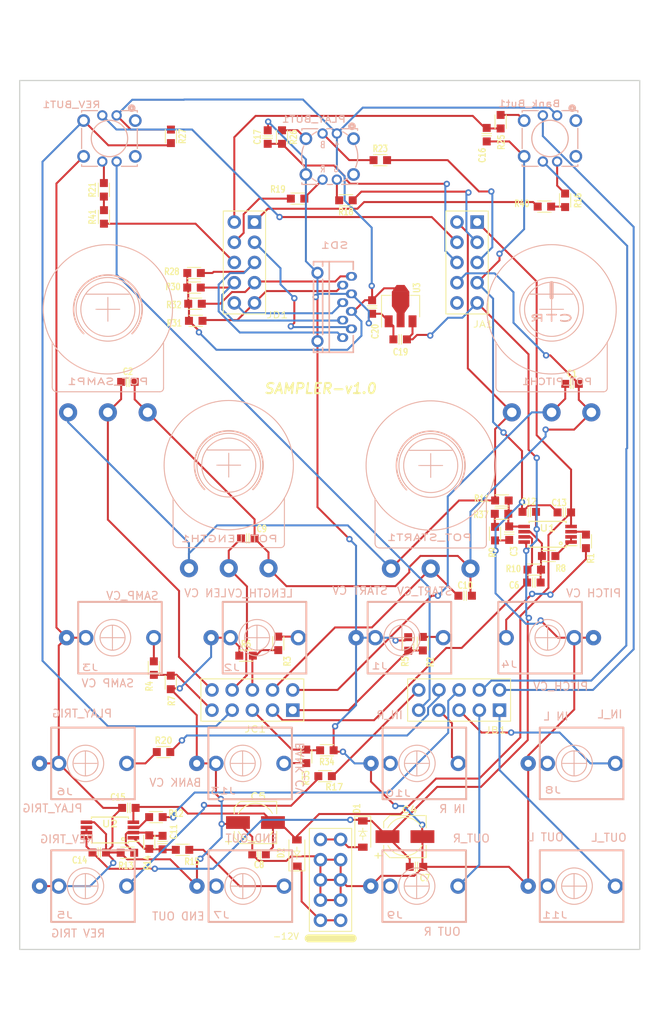
<source format=kicad_pcb>
(kicad_pcb (version 20221018) (generator pcbnew)
  (layers (0 "F.Cu" signal) (31 "B.Cu" signal) (34 "B.Paste" user) (35 "F.Paste" user) (36 "B.SilkS" user "B.Silkscreen") (37 "F.SilkS" user "F.Silkscreen") (38 "B.Mask" user) (39 "F.Mask" user) (44 "Edge.Cuts" user))
  (net 0 "")
  (net 1 "GND")
  (net 2 "+3V3")
  (net 3 "/A4")
  (net 4 "GNDADC")
  (net 5 "/A5")
  (net 6 "Net-(Bank_But1-B)")
  (net 7 "+12V")
  (net 8 "-12VA")
  (net 9 "/A2")
  (net 10 "/A7")
  (net 11 "/A6")
  (net 12 "Net-(R16-Pad1)")
  (net 13 "Net-(C11-Pad2)")
  (net 14 "/D6")
  (net 15 "/D8")
  (net 16 "/A9")
  (net 17 "Net-(R21-Pad1)")
  (net 19 "Net-(Bank_But1-POLE-A)")
  (net 21 "Net-(U1B-+)")
  (net 22 "Net-(U1B--)")
  (net 23 "/D15")
  (net 24 "/D13")
  (net 25 "/AUDIO_IN2")
  (net 26 "Net-(U2A--)")
  (net 27 "/AUDIO_OUT1")
  (net 28 "Net-(D1-A)")
  (net 29 "Net-(D2-K)")
  (net 30 "/AUDIO_OUT2")
  (net 31 "Net-(J1-SIG)")
  (net 32 "/AUDIO_IN1")
  (net 33 "VREF+")
  (net 34 "/D11")
  (net 35 "/D10")
  (net 36 "/D14")
  (net 37 "/D12")
  (net 38 "/Unused(5V)")
  (net 39 "/D0")
  (net 40 "/D1")
  (net 41 "/D3")
  (net 42 "/D2")
  (net 43 "/D5")
  (net 44 "/D19")
  (net 45 "/D18")
  (net 46 "/D7")
  (net 47 "/D17")
  (net 48 "/D16")
  (net 49 "/D9")
  (net 50 "/A0")
  (net 51 "/A1")
  (net 52 "/A3")
  (net 53 "/A8")
  (net 54 "Net-(J2-SIG)")
  (net 55 "Net-(J3-SIG)")
  (net 56 "Net-(J4-SIG)")
  (net 58 "Net-(J7-SIG)")
  (net 63 "Net-(J13-SIG)")
  (net 64 "Net-(PLAY_BUT1-B)")
  (net 65 "Net-(PLAY_BUT1-R)")
  (net 66 "Net-(PLAY_BUT1-G)")
  (net 68 "Net-(PLAY_BUT1-POLE-A)")
  (net 70 "Net-(U1A-+)")
  (net 71 "Net-(U1A--)")
  (net 72 "Net-(R37-Pad1)")
  (net 73 "Net-(U2A-+)")
  (net 74 "Net-(REV_BUT1-R)")
  (net 75 "/D4")
  (net 78 "Net-(U2B--)")
  (net 79 "Net-(J5-SIG)")
  (net 80 "Net-(J6-SIG)")
  (footprint "4ms_Capacitor:C_0603" (layer "F.Cu") (at 61.91 111.26)
    (fp_text reference "C7")
    (fp_text value "0.1uF_0603_16V")
  )
  (footprint "4ms_Capacitor:C_0603" (layer "F.Cu") (at 43.2 19.53 90)
    (fp_text reference "C17")
    (fp_text value "0.1uF_0603_16V")
  )
  (footprint "4ms_Resistor:R_0603" (layer "F.Cu") (at 45 19.53 -90)
    (fp_text reference "R26")
    (fp_text value "10k_0603")
  )
  (footprint "4ms_Resistor:R_0603" (layer "F.Cu") (at 62.71 83.21 -90)
    (fp_text reference "R2")
    (fp_text value "47k_0603")
  )
  (footprint "4ms_Resistor:R_0603" (layer "F.Cu") (at 72.61 66.88)
    (fp_text reference "R37")
    (fp_text value "10k_0603")
  )
  (footprint "4ms_Diode:D_SOD-123" (layer "F.Cu") (at 46.87 109.52 90)
    (fp_text reference "D2")
    (fp_text value "B140HW-7")
  )
  (footprint "4ms_Resistor:R_0603" (layer "F.Cu") (at 48.05 97.37 90)
    (fp_text reference "R33")
    (fp_text value "47k_0603")
  )
  (footprint "4ms_Connector:Socket_2x05_2.54mm_TH" (layer "F.Cu") (at 41.271978 90.2938 -90)
    (fp_text reference "JC1")
    (fp_text value "Socket_02x05_P2.54mm_TH" hide)
  )
  (footprint "4ms_Resistor:R_0603" (layer "F.Cu") (at 80.6 27.48 90)
    (fp_text reference "R16")
    (fp_text value "1k_0603")
  )
  (footprint "4ms_Capacitor:C_0603" (layer "F.Cu") (at 81.47 50.55)
    (fp_text reference "C1")
    (fp_text value "0.1uF_0603_16V")
  )
  (footprint "4ms_Capacitor:CP_Elec_5x5.3" (layer "F.Cu") (at 60.46 107.46)
    (fp_text reference "C4")
    (fp_text value "47uF_5x5.3_16V")
  )
  (footprint "4ms_Resistor:R_0603" (layer "F.Cu") (at 60.87 83.24 -90)
    (fp_text reference "R5")
    (fp_text value "100k_0603")
  )
  (footprint "4ms_Resistor:R_0603" (layer "F.Cu") (at 28.31 108.15 -90)
    (fp_text reference "R14")
    (fp_text value "47k_0603")
  )
  (footprint "4ms_Resistor:R_0603" (layer "F.Cu") (at 72.49 17.6 -90)
    (fp_text reference "R25")
    (fp_text value "10k_0603")
  )
  (footprint "4ms_Capacitor:C_0603" (layer "F.Cu") (at 25.74 103.85 180)
    (fp_text reference "C15")
    (fp_text value "0.1uF_0603_16V")
  )
  (footprint "4ms_Capacitor:C_0603" (layer "F.Cu") (at 59.86 44.96 180)
    (fp_text reference "C19")
    (fp_text value "1uF_0603_25V")
  )
  (footprint "4ms_Capacitor:C_0603" (layer "F.Cu") (at 56.33 40.89 -90)
    (fp_text reference "C20")
    (fp_text value "2.2uF_0603_25V")
  )
  (footprint "4ms_Diode:D_SOD-123" (layer "F.Cu") (at 55.16 107.14 -90)
    (fp_text reference "D1")
    (fp_text value "B140HW-7")
  )
  (footprint "4ms_Capacitor:C_0603" (layer "F.Cu") (at 80.5 66.71 180)
    (fp_text reference "C13")
    (fp_text value "0.1uF_0603_16V")
  )
  (footprint "4ms_Resistor:R_0603" (layer "F.Cu") (at 57.36 22.43)
    (fp_text reference "R23")
    (fp_text value "330Ω_0603")
  )
  (footprint "4ms_Capacitor:C_0603" (layer "F.Cu") (at 40.7 69.98)
    (fp_text reference "C9")
    (fp_text value "0.1uF_0603_16V")
  )
  (footprint "4ms_Resistor:R_0603" (layer "F.Cu") (at 50.42 99.86)
    (fp_text reference "R17")
    (fp_text value "47k_0603")
  )
  (footprint "4ms_Package_SSOP:TSSOP-8_4.4x3mm_Pitch0.65mm" (layer "F.Cu") (at 78.4 69.46 180)
    (fp_text reference "U1")
    (fp_text value "NJM2068")
  )
  (footprint "4ms_Resistor:R_0603" (layer "F.Cu") (at 33.93 38.45)
    (fp_text reference "R30")
    (fp_text value "33k_0603")
  )
  (footprint "4ms_Resistor:R_0603" (layer "F.Cu") (at 22.6 26.16 90)
    (fp_text reference "R21")
    (fp_text value "1k_0603")
  )
  (footprint "4ms_Resistor:R_0603" (layer "F.Cu") (at 30.1 96.83)
    (fp_text reference "R20")
    (fp_text value "47k_0603")
  )
  (footprint "4ms_Connector:Pins_2x05_2.54mm_TH_Europower" (layer "F.Cu") (at 51.1 112.9)
    (fp_text reference "J14" hide)
    (fp_text value "Eurorack_Power_10pin_Unshrouded")
  )
  (footprint "4ms_Resistor:R_0603" (layer "F.Cu") (at 28.88 86.28 -90)
    (fp_text reference "R4")
    (fp_text value "47k_0603")
  )
  (footprint "4ms_Resistor:R_0603" (layer "F.Cu") (at 33.94 36.62)
    (fp_text reference "R28")
    (fp_text value "33k_0603")
  )
  (footprint "4ms_Resistor:R_0603" (layer "F.Cu") (at 78 28.27)
    (fp_text reference "R40")
    (fp_text value "1k_0603")
  )
  (footprint "4ms_Resistor:R_0603" (layer "F.Cu") (at 83.22 70.35 90)
    (fp_text reference "R1")
    (fp_text value "1k_0603")
  )
  (footprint "4ms_Resistor:R_0603" (layer "F.Cu") (at 22.61 29.57 90)
    (fp_text reference "R41")
    (fp_text value "1k_0603")
  )
  (footprint "4ms_Resistor:R_0603" (layer "F.Cu") (at 29.14 105.01 180)
    (fp_text reference "R12")
    (fp_text value "10k_0603")
  )
  (footprint "4ms_Capacitor:C_0603" (layer "F.Cu") (at 42.11 109.69 180)
    (fp_text reference "C8")
    (fp_text value "0.1uF_0603_16V")
  )
  (footprint "4ms_Resistor:R_0603" (layer "F.Cu") (at 31.03 19.44 -90)
    (fp_text reference "R27")
    (fp_text value "47k_0603")
  )
  (footprint "4ms_Capacitor:C_0603" (layer "F.Cu") (at 76.67 75.52)
    (fp_text reference "C6")
    (fp_text value "1nF_0603_50V")
  )
  (footprint "4ms_Resistor:R_0603" (layer "F.Cu") (at 40.48 84.71)
    (fp_text reference "R6")
    (fp_text value "100k_0603")
  )
  (footprint "4ms_Resistor:R_0603" (layer "F.Cu") (at 71.79 69.38 90)
    (fp_text reference "R9")
    (fp_text value "10k_0603")
  )
  (footprint "4ms_Resistor:R_0603" (layer "F.Cu") (at 34.06 40.48)
    (fp_text reference "R32")
    (fp_text value "33k_0603")
  )
  (footprint "4ms_Capacitor:C_0603" (layer "F.Cu") (at 25.62 50.3)
    (fp_text reference "C2")
    (fp_text value "0.1uF_0603_16V")
  )
  (footprint "4ms_Resistor:R_0603" (layer "F.Cu") (at 25.56 109.49)
    (fp_text reference "R13")
    (fp_text value "33k_0603")
  )
  (footprint "4ms_Resistor:R_0603" (layer "F.Cu") (at 46.96 27.27)
    (fp_text reference "R19")
    (fp_text value "330Ω_0603")
  )
  (footprint "4ms_Capacitor:CP_Elec_5x5.3" (layer "F.Cu") (at 41.66 105.69)
    (fp_text reference "C5")
    (fp_text value "47uF_5x5.3_16V")
  )
  (footprint "4ms_Capacitor:C_0603" (layer "F.Cu") (at 22.02 109.46)
    (fp_text reference "C14")
    (fp_text value "0.1uF_0603_16V")
  )
  (footprint "4ms_Resistor:R_0603" (layer "F.Cu") (at 50.64 96.61 180)
    (fp_text reference "R34")
    (fp_text value "100k_0603")
  )
  (footprint "4ms_Connector:Socket_2x05_2.54mm_TH" (layer "F.Cu") (at 68.272 35.293808)
    (fp_text reference "JA1")
    (fp_text value "Socket_02x05_P2.54mm_TH" hide)
  )
  (footprint "4ms_Resistor:R_0603" (layer "F.Cu") (at 34.15 42.63)
    (fp_text reference "R31")
    (fp_text value "33k_0603")
  )
  (footprint "4ms_Package_SSOP:TSSOP-8_4.4x3mm_Pitch0.65mm" (layer "F.Cu") (at 23.36 106.63 180)
    (fp_text reference "U2")
    (fp_text value "NJM2068")
  )
  (footprint "4ms_Resistor:R_0603" (layer "F.Cu") (at 31.01 88.08 90)
    (fp_text reference "R7")
    (fp_text value "100k_0603")
  )
  (footprint "4ms_Package_SOT:SOT89-3" (layer "F.Cu") (at 59.91 41.21 90)
    (fp_text reference "U3")
    (fp_text value "AZ1117CR-3.3TRG1 ")
  )
  (footprint "4ms_Capacitor:C_0603" (layer "F.Cu") (at 76.09 66.64 180)
    (fp_text reference "C12")
    (fp_text value "0.1uF_0603_16V")
  )
  (footprint "4ms_Capacitor:C_0603" (layer "F.Cu") (at 70.74 19.23 -90)
    (fp_text reference "C16")
    (fp_text value "0.1uF_0603_16V")
  )
  (footprint "4ms_Resistor:R_0603" (layer "F.Cu") (at 72.65 65.21 180)
    (fp_text reference "R11")
    (fp_text value "33k_0603")
  )
  (footprint "4ms_Resistor:R_0603" (layer "F.Cu") (at 76.72 73.9)
    (fp_text reference "R10")
    (fp_text value "33k_0603")
  )
  (footprint "4ms_Resistor:R_0603" (layer "F.Cu") (at 32.49 109.12)
    (fp_text reference "R15")
    (fp_text value "1k_0603")
  )
  (footprint "4ms_Capacitor:C_0603" (layer "F.Cu") (at 29.98 108.21 -90)
    (fp_text reference "C11")
    (fp_text value "100pF_0603_50V")
  )
  (footprint "4ms_Resistor:R_0603" (layer "F.Cu") (at 53.04 27.48 180)
    (fp_text reference "R18")
    (fp_text value "330Ω_0603")
  )
  (footprint "4ms_Connector:Socket_2x05_2.54mm_TH" (layer "F.Cu") (at 67.272002 90.2938 -90)
    (fp_text reference "JB1")
    (fp_text value "Socket_02x05_P2.54mm_TH" hide)
  )
  (footprint "4ms_Resistor:R_0603" (layer "F.Cu") (at 78.53 72.19 180)
    (fp_text reference "R8")
    (fp_text value "100k_0603")
  )
  (footprint "4ms_Capacitor:C_0603" (layer "F.Cu") (at 73.57 69.32 90)
    (fp_text reference "C3")
    (fp_text value "0.1uF_0603_16V")
  )
  (footprint "4ms_Connector:Socket_2x05_2.54mm_TH" (layer "F.Cu") (at 40.27198 35.293808)
    (fp_text reference "JD1")
    (fp_text value "Socket_02x05_P2.54mm_TH" hide)
  )
  (footprint "4ms_Resistor:R_0603" (layer "F.Cu") (at 44.53 83.17 -90)
    (fp_text reference "R3")
    (fp_text value "47k_0603")
  )
  (footprint "4ms_Capacitor:C_0603" (layer "F.Cu") (at 68.03 77.18)
    (fp_text reference "C10")
    (fp_text value "0.1uF_0603_16V")
  )
  (footprint "4ms_Jack:EighthInch_PJ398SM" (layer "B.Cu") (at 61.957 98.257236 180)
    (fp_text reference "J10")
    (fp_text value "3.5mm_Mono_Switched")
  )
  (footprint "4ms_Switch:Button_RgbLED_SPST_TC002" (layer "B.Cu") (at 78.7 19.707236 180)
    (fp_text reference "Bank_But1")
    (fp_text value "Button_SPST_RGB_5.4mmCap" hide)
  )
  (footprint "4ms_Connector_Card:CardSlot_MicroSD_YamaichiPJS008U-3000" (layer "B.Cu") (at 51.01 41.29 90)
    (fp_text reference "SD1")
    (fp_text value "microSDCon_Vert_TH_PJS008U-3000")
  )
  (footprint "4ms_Potentiometer:Pot_16mm_NoDet_RV16AF-4A" (layer "B.Cu") (at 38.3 60.77 180)
    (fp_text reference "POT_LENGTH1")
    (fp_text value "16mm_NoDet_10k")
  )
  (footprint "4ms_Jack:EighthInch_PJ398SM" (layer "B.Cu") (at 41.85 82.457236 180)
    (fp_text reference "J2")
    (fp_text value "3.5mm_Mono_Switched")
  )
  (footprint "4ms_Potentiometer:Pot_16mm_CtrDet_RV16AF-4A" (layer "B.Cu") (at 78.9 41.182236 180)
    (fp_text reference "POT_PITCH1")
    (fp_text value "16mm_CtrDet_10k")
  )
  (footprint "4ms_Jack:EighthInch_PJ398SM" (layer "B.Cu") (at 40.07 113.682236 180)
    (fp_text reference "J7")
    (fp_text value "3.5mm_Mono_Switched")
  )
  (footprint "4ms_Jack:EighthInch_PJ398SM" (layer "B.Cu") (at 20.275 98.257236 180)
    (fp_text reference "J6")
    (fp_text value "3.5mm_Mono_Switched")
  )
  (footprint "4ms_Jack:EighthInch_PJ398SM" (layer "B.Cu") (at 78.4 82.457236)
    (fp_text reference "J4")
    (fp_text value "3.5mm_Mono_Switched")
  )
  (footprint "4ms_Switch:Button_RgbLED_SPST_TC002" (layer "B.Cu") (at 23.3 19.707236 180)
    (fp_text reference "REV_BUT1")
    (fp_text value "Button_SPST_RGB_5.4mmCap" hide)
  )
  (footprint "4ms_Jack:EighthInch_PJ398SM" (layer "B.Cu") (at 20.275 113.682236 180)
    (fp_text reference "J5")
    (fp_text value "3.5mm_Mono_Switched")
  )
  (footprint "4ms_Jack:EighthInch_PJ398SM" (layer "B.Cu") (at 61.93 113.682236 180)
    (fp_text reference "J9")
    (fp_text value "3.5mm_Mono_Switched")
  )
  (footprint "4ms_Jack:EighthInch_PJ398SM" (layer "B.Cu") (at 81.725 98.257236 180)
    (fp_text reference "J8")
    (fp_text value "3.5mm_Mono_Switched")
  )
  (footprint "4ms_Jack:EighthInch_PJ398SM" (layer "B.Cu") (at 60.075 82.457236 180)
    (fp_text reference "J1")
    (fp_text value "3.5mm_Mono_Switched")
  )
  (footprint "4ms_Jack:EighthInch_PJ398SM" (layer "B.Cu") (at 81.725 113.682236 180)
    (fp_text reference "J11")
    (fp_text value "3.5mm_Mono_Switched")
  )
  (footprint "4ms_Jack:EighthInch_PJ398SM" (layer "B.Cu") (at 40.043 98.257236 180)
    (fp_text reference "J13")
    (fp_text value "3.5mm_Mono_Switched")
  )
  (footprint "4ms_Potentiometer:Pot_16mm_NoDet_RV16AF-4A" (layer "B.Cu") (at 63.7 60.814319 180)
    (fp_text reference "POT_START1")
    (fp_text value "16mm_NoDet_10k")
  )
  (footprint "4ms_Switch:Button_RgbLED_SPST_PB615303HL-7mm" (layer "B.Cu") (at 51 21.982236 180)
    (fp_text reference "PLAY_BUT1")
    (fp_text value "Button_SPST_RGB_7mmCap" hide)
  )
  (footprint "4ms_Potentiometer:Pot_16mm_NoDet_RV16AF-4A" (layer "B.Cu") (at 23.1 41.182236 180)
    (fp_text reference "POT_SAMP1")
    (fp_text value "16mm_NoDet_10k")
  )
  (footprint "4ms_Jack:EighthInch_PJ398SM" (layer "B.Cu") (at 23.675 82.457236 180)
    (fp_text reference "J3")
    (fp_text value "3.5mm_Mono_Switched")
  )
  (gr_line (start 89.989 121.6438) (end 89.989 12.4238) (stroke (width 0.15)) (layer "Edge.Cuts"))
  (gr_line (start 12.011 121.6438) (end 89.989 121.6438) (stroke (width 0.15)) (layer "Edge.Cuts"))
  (gr_line (start 12.011 12.4238) (end 89.989 12.4238) (stroke (width 0.15)) (layer "Edge.Cuts"))
  (gr_line (start 12.011 121.6438) (end 12.011 12.4238) (stroke (width 0.15)) (layer "Edge.Cuts"))
  (gr_text "LEN CV" (at 38.19 77.44) (layer "B.SilkS") (effects (font (size 1 1)) (justify left bottom mirror)))
  (gr_text "IN R" (at 68.17 104.57) (layer "B.SilkS") (effects (font (size 1 1)) (justify left bottom mirror)))
  (gr_text "REV_TRIG" (at 14.5 107.2) (layer "B.SilkS") (effects (font (size 1 1)) (justify right top mirror)))
  (gr_text "IN_L" (at 84.6 91.5) (layer "B.SilkS") (effects (font (size 1 1)) (justify right top mirror)))
  (gr_text "END_OUT" (at 37.8 107.1) (layer "B.SilkS") (effects (font (size 1 1)) (justify right top mirror)))
  (gr_text "OUT R" (at 67.55 119.99) (layer "B.SilkS") (effects (font (size 1 1)) (justify left bottom mirror)))
  (gr_text "PLAY_TRIG" (at 20 104.49) (layer "B.SilkS") (effects (font (size 1 1)) (justify left bottom mirror)))
  (gr_text "BANK_CV" (at 46.69 102.24 90) (layer "B.SilkS") (effects (font (size 1 1)) (justify right top mirror)))
  (gr_text "SAMP CV" (at 26.47 88.77) (layer "B.SilkS") (effects (font (size 1 1)) (justify left bottom mirror)))
  (gr_text "OUT_L" (at 83.8 107) (layer "B.SilkS") (effects (font (size 1 1)) (justify right top mirror)))
  (gr_text "START_CV" (at 59.37 76.05) (layer "B.SilkS") (effects (font (size 1 1)) (justify right top mirror)))
  (gr_text "OUT_R" (at 66.4 107.1) (layer "B.SilkS") (effects (font (size 1 1)) (justify right top mirror)))
  (gr_text "LENGTH_CV" (at 38.1 76.3) (layer "B.SilkS") (effects (font (size 1 1)) (justify right top mirror)))
  (gr_text "OUT L" (at 80.5 108.12) (layer "B.SilkS") (effects (font (size 1 1)) (justify left bottom mirror)))
  (gr_text "END OUT" (at 35.34 118.06) (layer "B.SilkS") (effects (font (size 1 1)) (justify left bottom mirror)))
  (gr_text "IN_R" (at 56.8 91.6) (layer "B.SilkS") (effects (font (size 1 1)) (justify right top mirror)))
  (gr_text "SAMP_CV" (at 22.8 76.6) (layer "B.SilkS") (effects (font (size 1 1)) (justify right top mirror)))
  (gr_text "IN L" (at 81.11 92.93) (layer "B.SilkS") (effects (font (size 1 1)) (justify left bottom mirror)))
  (gr_text "BANK CV" (at 34.95 101.26) (layer "B.SilkS") (effects (font (size 1 1)) (justify left bottom mirror)))
  (gr_text "PITCH CV" (at 87.74 77.45) (layer "B.SilkS") (effects (font (size 1 1)) (justify left bottom mirror)))
  (gr_text "PLAY_TRIG" (at 16 91.4) (layer "B.SilkS") (effects (font (size 1 1)) (justify right top mirror)))
  (gr_text "PITCH_CV" (at 76.5 88) (layer "B.SilkS") (effects (font (size 1 1)) (justify right top mirror)))
  (gr_text "REV TRIG" (at 22.85 120.21) (layer "B.SilkS") (effects (font (size 1 1)) (justify left bottom mirror)))
  (gr_text "START CV" (at 58.38 77.14) (layer "B.SilkS") (effects (font (size 1 1)) (justify left bottom mirror)))
  (gr_text "SAMPLER-v1.0" (at 49.82 51.14) (layer "F.SilkS") (effects (font (size 1.27 1.27) (thickness 0.254) bold italic)))
  (segment (start 62.66 107.46) (end 62.66 111.16) (width 0.25) (layer "F.Cu") (net 1))
  (segment (start 34.3042 110.6658) (end 34.73 110.24) (width 0.25) (layer "F.Cu") (net 1))
  (segment (start 71.79 70.23) (end 73.51 70.23) (width 0.25) (layer "F.Cu") (net 1))
  (segment (start 20.05 21.957236) (end 16.632 25.375236) (width 0.25) (layer "F.Cu") (net 1))
  (segment (start 37.41 105.87) (end 39.28 105.87) (width 0.25) (layer "F.Cu") (net 1))
  (segment (start 52.37 112.9) (end 52.37 110.36) (width 0.25) (layer "F.Cu") (net 1))
  (segment (start 75.18 58.99) (end 72.857701 56.667701) (width 0.25) (layer "F.Cu") (net 1))
  (segment (start 53.48 70.07) (end 49.46008 66.05008) (width 0.25) (layer "F.Cu") (net 1))
  (segment (start 25.535 110.315) (end 24.71 109.49) (width 0.25) (layer "F.Cu") (net 1))
  (segment (start 16.632 25.375236) (end 16.632 81.180036) (width 0.25) (layer "F.Cu") (net 1))
  (segment (start 16.9222 83.444236) (end 17.9092 82.457236) (width 0.25) (layer "F.Cu") (net 1))
  (segment (start 55.91 42.16) (end 56.33 41.74) (width 0.25) (layer "F.Cu") (net 1))
  (segment (start 73.572764 20.08) (end 75.45 21.957236) (width 0.25) (layer "F.Cu") (net 1))
  (segment (start 75.24 66.64) (end 76.065 65.815) (width 0.25) (layer "F.Cu") (net 1))
  (segment (start 36.0842 82.457236) (end 38.4972 82.457236) (width 0.25) (layer "F.Cu") (net 1))
  (segment (start 24.89 103.85) (end 22.514964 103.85) (width 0.25) (layer "F.Cu") (net 1))
  (segment (start 22.514964 103.85) (end 16.9222 98.257236) (width 0.25) (layer "F.Cu") (net 1))
  (segment (start 49.46008 39.86008) (end 49.46008 45.1826) (width 0.25) (layer "F.Cu") (net 1))
  (segment (start 81.7528 82.457236) (end 81.7528 91.4772) (width 0.25) (layer "F.Cu") (net 1))
  (segment (start 34.2772 92.1972) (end 31.01 88.93) (width 0.25) (layer "F.Cu") (net 1))
  (segment (start 61.627964 112.392036) (end 57.4544 112.392036) (width 0.25) (layer "F.Cu") (net 1))
  (segment (start 59.01 43.29) (end 58.41 42.69) (width 0.25) (layer "F.Cu") (net 1))
  (segment (start 84.1658 82.457236) (end 81.7528 82.457236) (width 0.25) (layer "F.Cu") (net 1))
  (segment (start 39.63 83.590036) (end 38.4972 82.457236) (width 0.25) (layer "F.Cu") (net 1))
  (segment (start 20.41 105.655) (end 21.385 105.655) (width 0.25) (layer "F.Cu") (net 1))
  (segment (start 69.542 37.833808) (end 72.35 35.025808) (width 0.25) (layer "F.Cu") (net 1))
  (segment (start 22.87 109.46) (end 23.68 108.65) (width 0.25) (layer "F.Cu") (net 1))
  (segment (start 34.2772 98.257236) (end 34.2772 92.1972) (width 0.25) (layer "F.Cu") (net 1))
  (segment (start 23.78 110.37) (end 22.87 109.46) (width 0.25) (layer "F.Cu") (net 1))
  (segment (start 59.01 44.96) (end 59.01 43.29) (width 0.25) (layer "F.Cu") (net 1))
  (segment (start 56.1642 113.682236) (end 53.152236 113.682236) (width 0.25) (layer "F.Cu") (net 1))
  (segment (start 59.28 82.81) (end 60.45 82.81) (width 0.25) (layer "F.Cu") (net 1))
  (segment (start 72.35 35.025808) (end 72.35 34.2) (width 0.25) (layer "F.Cu") (net 1))
  (segment (start 20.3222 82.457236) (end 17.9092 82.457236) (width 0.25) (layer "F.Cu") (net 1))
  (segment (start 62.63 105.97) (end 62.63 107.43) (width 0.25) (layer "F.Cu") (net 1))
  (segment (start 16.632 81.180036) (end 17.9092 82.457236) (width 0.25) (layer "F.Cu") (net 1))
  (segment (start 41.26 107.49) (end 39.46 105.69) (width 0.25) (layer "F.Cu") (net 1))
  (segment (start 49.83 110.36) (end 49.83 112.9) (width 0.25) (layer "F.Cu") (net 1))
  (segment (start 41.26 109.69) (end 41.26 107.49) (width 0.25) (layer "F.Cu") (net 1))
  (segment (start 78.755 65.815) (end 79.65 66.71) (width 0.25) (layer "F.Cu") (net 1))
  (segment (start 62.76 111.26) (end 73.536964 111.26) (width 0.25) (layer "F.Cu") (net 1))
  (segment (start 42.085 110.515) (end 45.555 110.515) (width 0.25) (layer "F.Cu") (net 1))
  (segment (start 21.385 105.655) (end 22.87 107.14) (width 0.25) (layer "F.Cu") (net 1))
  (segment (start 49.46008 66.05008) (end 49.46008 45.1826) (width 0.25) (layer "F.Cu") (net 1))
  (segment (start 34.3042 113.682236) (end 30.936964 110.315) (width 0.25) (layer "F.Cu") (net 1))
  (segment (start 73.536964 111.26) (end 75.9592 113.682236) (width 0.25) (layer "F.Cu") (net 1))
  (segment (start 56.33 41.74) (end 57.46 41.74) (width 0.25) (layer "F.Cu") (net 1))
  (segment (start 46.135 109.935) (end 49.405 109.935) (width 0.25) (layer "F.Cu") (net 1))
  (segment (start 60.45 82.81) (end 60.87 82.39) (width 0.25) (layer "F.Cu") (net 1))
  (segment (start 79.697236 82.457236) (end 77.525602 80.285602) (width 0.25) (layer "F.Cu") (net 1))
  (segment (start 81.7528 91.4772) (end 75.9592 97.2708) (width 0.25) (layer "F.Cu") (net 1))
  (segment (start 22.87 109.46) (end 24.68 109.46) (width 0.25) (layer "F.Cu") (net 1))
  (segment (start 57.46 41.74) (end 58.41 42.69) (width 0.25) (layer "F.Cu") (net 1))
  (segment (start 49.24 39.64) (end 49.46008 39.86008) (width 0.25) (layer "F.Cu") (net 1))
  (segment (start 76.065 65.815) (end 78.755 65.815) (width 0.25) (layer "F.Cu") (net 1))
  (segment (start 71.85 71.52) (end 71.85 70.29) (width 0.25) (layer "F.Cu") (net 1))
  (segment (start 34.3042 113.682236) (end 34.3042 110.6658) (width 0.25) (layer "F.Cu") (net 1))
  (segment (start 22.87 107.14) (end 22.87 109.46) (width 0.25) (layer "F.Cu") (net 1))
  (segment (start 75.9592 113.682236) (end 75.9592 98.257236) (width 0.25) (layer "F.Cu") (net 1))
  (segment (start 49.83 115.44) (end 52.37 115.44) (width 0.25) (layer "F.Cu") (net 1))
  (segment (start 23.68 105.06) (end 24.89 103.85) (width 0.25) (layer "F.Cu") (net 1))
  (segment (start 75.9592 97.2708) (end 75.9592 98.257236) (width 0.25) (layer "F.Cu") (net 1))
  (segment (start 39.63 84.71) (end 39.63 83.590036) (width 0.25) (layer "F.Cu") (net 1))
  (segment (start 52.66 96.79) (end 51.67 96.79) (width 0.25) (layer "F.Cu") (net 1))
  (segment (start 49.83 112.9) (end 49.83 115.44) (width 0.25) (layer "F.Cu") (net 1))
  (segment (start 70.74 20.08) (end 73.572764 20.08) (width 0.25) (layer "F.Cu") (net 1))
  (segment (start 81.7528 82.457236) (end 79.697236 82.457236) (width 0.25) (layer "F.Cu") (net 1))
  (segment (start 45.555 110.515) (end 46.135 109.935) (width 0.25) (layer "F.Cu") (net 1))
  (segment (start 41.26 109.69) (end 42.085 110.515) (width 0.25) (layer "F.Cu") (net 1))
  (segment (start 75.18 65.42) (end 75.18 66.58) (width 0.25) (layer "F.Cu") (net 1))
  (segment (start 49.83 112.9) (end 52.37 112.9) (width 0.25) (layer "F.Cu") (net 1))
  (segment (start 32.14 88.83) (end 31.11 88.83) (width 0.25) (layer "F.Cu") (net 1))
  (segment (start 52.37 112.9) (end 52.37 115.44) (width 0.25) (layer "F.Cu") (net 1))
  (segment (start 23.68 108.65) (end 23.68 105.06) (width 0.25) (layer "F.Cu") (net 1))
  (segment (start 43.26 17.5945) (end 43.26 18.62) (width 0.25) (layer "F.Cu") (net 1))
  (segment (start 37.31 102.73) (end 36.6902 102.1102) (width 0.25) (layer "F.Cu") (net 1))
  (segment (start 14.5092 113.682236) (end 16.9222 113.682236) (width 0.25) (layer "F.Cu") (net 1))
  (segment (start 34.2772 98.257236) (end 36.6902 98.257236) (width 0.25) (layer "F.Cu") (net 1))
  (segment (start 53.152236 113.682236) (end 52.37 112.9) (width 0.25) (layer "F.Cu") (net 1))
  (segment (start 57.4544 112.392036) (end 56.1642 113.682236) (width 0.25) (layer "F.Cu") (net 1))
  (segment (start 55.91 42.93) (end 55.91 42.16) (width 0.25) (layer "F.Cu") (net 1))
  (segment (start 62.76 111.26) (end 61.627964 112.392036) (width 0.25) (layer "F.Cu") (net 1))
  (segment (start 51.49 96.61) (end 51.49 93.78) (width 0.25) (layer "F.Cu") (net 1))
  (segment (start 23.78 110.77) (end 23.78 110.37) (width 0.25) (layer "F.Cu") (net 1))
  (segment (start 52.37 110.36) (end 49.83 110.36) (width 0.25) (layer "F.Cu") (net 1))
  (segment (start 56.1912 100.5512) (end 59.25 103.61) (width 0.25) (layer "F.Cu") (net 1))
  (segment (start 75.18 65.42) (end 75.18 58.99) (width 0.25) (layer "F.Cu") (net 1))
  (segment (start 30.936964 110.315) (end 25.535 110.315) (width 0.25) (layer "F.Cu") (net 1))
  (segment (start 51.49 93.78) (end 51.68 93.59) (width 0.25) (layer "F.Cu") (net 1))
  (segment (start 14.5092 98.257236) (end 16.9222 98.257236) (width 0.25) (layer "F.Cu") (net 1))
  (segment (start 56.1912 98.257236) (end 56.1912 100.5512) (width 0.25) (layer "F.Cu") (net 1))
  (segment (start 36.6902 102.1102) (end 36.6902 98.257236) (width 0.25) (layer "F.Cu") (net 1))
  (segment (start 16.9222 98.257236) (end 16.9222 83.444236) (width 0.25) (layer "F.Cu") (net 1))
  (via (at 53.48 70.07) (size 0.8) (drill 0.4) (layers "F.Cu" "B.Cu") (net 1))
  (via (at 49.24 39.64) (size 0.8) (drill 0.4) (layers "F.Cu" "B.Cu") (net 1))
  (via (at 72.35 34.2) (size 0.8) (drill 0.4) (layers "F.Cu" "B.Cu") (net 1))
  (via (at 72.857701 56.667701) (size 0.8) (drill 0.4) (layers "F.Cu" "B.Cu") (net 1))
  (via (at 23.78 110.77) (size 0.8) (drill 0.4) (layers "F.Cu" "B.Cu") (net 1))
  (via (at 51.68 93.59) (size 0.8) (drill 0.4) (layers "F.Cu" "B.Cu") (net 1))
  (via (at 75.18 65.42) (size 0.8) (drill 0.4) (layers "F.Cu" "B.Cu") (net 1))
  (via (at 32.14 88.83) (size 0.8) (drill 0.4) (layers "F.Cu" "B.Cu") (net 1))
  (via (at 55.91 42.93) (size 0.8) (drill 0.4) (layers "F.Cu" "B.Cu") (net 1))
  (via (at 62.63 105.97) (size 0.8) (drill 0.4) (layers "F.Cu" "B.Cu") (net 1))
  (via (at 59.28 82.81) (size 0.8) (drill 0.4) (layers "F.Cu" "B.Cu") (net 1))
  (via (at 37.41 105.87) (size 0.8) (drill 0.4) (layers "F.Cu" "B.Cu") (net 1))
  (via (at 34.73 110.24) (size 0.8) (drill 0.4) (layers "F.Cu" "B.Cu") (net 1))
  (via (at 43.26 17.5945) (size 0.8) (drill 0.4) (layers "F.Cu" "B.Cu") (net 1))
  (via (at 37.31 102.73) (size 0.8) (drill 0.4) (layers "F.Cu" "B.Cu") (net 1))
  (via (at 77.525602 80.285602) (size 0.8) (drill 0.4) (layers "F.Cu" "B.Cu") (net 1))
  (via (at 52.66 96.79) (size 0.8) (drill 0.4) (layers "F.Cu" "B.Cu") (net 1))
  (via (at 59.25 103.61) (size 0.8) (drill 0.4) (layers "F.Cu" "B.Cu") (net 1))
  (via (at 71.85 71.52) (size 0.8) (drill 0.4) (layers "F.Cu" "B.Cu") (net 1))
  (segment (start 48.004 24.232236) (end 48.004 22.3385) (width 0.25) (layer "B.Cu") (net 1))
  (segment (start 75.675 80.705) (end 71.85 76.88) (width 0.25) (layer "B.Cu") (net 1))
  (segment (start 20.867764 113.682236) (end 23.78 110.77) (width 0.25) (layer "B.Cu") (net 1))
  (segment (start 77.525602 80.285602) (end 77.106204 80.705) (width 0.25) (layer "B.Cu") (net 1))
  (segment (start 71.85 76.88) (end 71.85 71.52) (width 0.25) (layer "B.Cu") (net 1))
  (segment (start 71.542412 39.83422) (end 69.542 37.833808) (width 0.25) (layer "B.Cu") (net 1))
  (segment (start 54.3092 70.8992) (end 53.48 70.07) (width 0.25) (layer "B.Cu") (net 1))
  (segment (start 37.41 102.83) (end 37.31 102.73) (width 0.25) (layer "B.Cu") (net 1))
  (segment (start 55.91 41.420323) (end 53.72982 39.240143) (width 0.25) (layer "B.Cu") (net 1))
  (segment (start 56.7222 82.457236) (end 54.3092 82.457236) (width 0.25) (layer "B.Cu") (net 1))
  (segment (start 36.0842 84.8858) (end 32.14 88.83) (width 0.25) (layer "B.Cu") (net 1))
  (segment (start 49.46008 39.41992) (end 49.24 39.64) (width 0.25) (layer "B.Cu") (net 1))
  (segment (start 37.41 105.87) (end 37.41 102.83) (width 0.25) (layer "B.Cu") (net 1))
  (segment (start 54.3092 90.9608) (end 54.3092 82.457236) (width 0.25) (layer "B.Cu") (net 1))
  (segment (start 54.3092 82.457236) (end 54.3092 70.8992) (width 0.25) (layer "B.Cu") (net 1))
  (segment (start 58.927236 82.457236) (end 59.28 82.81) (width 0.25) (layer "B.Cu") (net 1))
  (segment (start 72.35 34.2) (end 75.45 31.1) (width 0.25) (layer "B.Cu") (net 1))
  (segment (start 36.0842 82.457236) (end 36.0842 84.8858) (width 0.25) (layer "B.Cu") (net 1))
  (segment (start 49.46008 36.5974) (end 49.46008 39.41992) (width 0.25) (layer "B.Cu") (net 1))
  (segment (start 49.639857 39.240143) (end 49.24 39.64) (width 0.25) (layer "B.Cu") (net 1))
  (segment (start 56.7222 82.457236) (end 58.927236 82.457236) (width 0.25) (layer "B.Cu") (net 1))
  (segment (start 72.857701 56.667701) (end 71.542412 55.352412) (width 0.25) (layer "B.Cu") (net 1))
  (segment (start 71.542412 55.352412) (end 71.542412 39.83422) (width 0.25) (layer "B.Cu") (net 1))
  (segment (start 53.72982 39.240143) (end 49.639857 39.240143) (width 0.25) (layer "B.Cu") (net 1))
  (segment (start 59.25 103.61) (end 60.27 103.61) (width 0.25) (layer "B.Cu") (net 1))
  (segment (start 48.004 22.3385) (end 43.26 17.5945) (width 0.25) (layer "B.Cu") (net 1))
  (segment (start 77.106204 80.705) (end 75.675 80.705) (width 0.25) (layer "B.Cu") (net 1))
  (segment (start 75.18 65.42) (end 71.85 68.75) (width 0.25) (layer "B.Cu") (net 1))
  (segment (start 34.73 110.24) (end 37.41 107.56) (width 0.25) (layer "B.Cu") (net 1))
  (segment (start 75.45 31.1) (end 75.45 21.957236) (width 0.25) (layer "B.Cu") (net 1))
  (segment (start 55.91 42.93) (end 55.91 41.420323) (width 0.25) (layer "B.Cu") (net 1))
  (segment (start 54.127236 98.257236) (end 52.66 96.79) (width 0.25) (layer "B.Cu") (net 1))
  (segment (start 56.1912 98.257236) (end 54.127236 98.257236) (width 0.25) (layer "B.Cu") (net 1))
  (segment (start 60.27 103.61) (end 62.63 105.97) (width 0.25) (layer "B.Cu") (net 1))
  (segment (start 37.41 107.56) (end 37.41 105.87) (width 0.25) (layer "B.Cu") (net 1))
  (segment (start 51.68 93.59) (end 54.3092 90.9608) (width 0.25) (layer "B.Cu") (net 1))
  (segment (start 16.9222 113.682236) (end 20.867764 113.682236) (width 0.25) (layer "B.Cu") (net 1))
  (segment (start 71.85 68.75) (end 71.85 71.52) (width 0.25) (layer "B.Cu") (net 1))
  (segment (start 48.004 35.14132) (end 49.46008 36.5974) (width 0.25) (layer "B.Cu") (net 1))
  (segment (start 48.004 24.232236) (end 48.004 35.14132) (width 0.25) (layer "B.Cu") (net 1))
  (segment (start 33.09 38.44) (end 33.09 36.62) (width 0.25) (layer "F.Cu") (net 2))
  (segment (start 59.91 38.543) (end 57.827 38.543) (width 0.25) (layer "F.Cu") (net 2))
  (segment (start 56.28 38.6) (end 56.33 38.65) (width 0.25) (layer "F.Cu") (net 2))
  (segment (start 56.33 38.65) (end 56.33 40.04) (width 0.25) (layer "F.Cu") (net 2))
  (segment (start 31.03 18.59) (end 25.982764 18.59) (width 0.25) (layer "F.Cu") (net 2))
  (segment (start 34.55 44.07) (end 34.55 43.88) (width 0.25) (layer "F.Cu") (net 2))
  (segment (start 33.21 40.48) (end 33.21 38.58) (width 0.25) (layer "F.Cu") (net 2))
  (segment (start 57.827 38.543) (end 56.33 40.04) (width 0.25) (layer "F.Cu") (net 2))
  (segment (start 34.55 43.88) (end 33.3 42.63) (width 0.25) (layer "F.Cu") (net 2))
  (segment (start 56.28 38.23) (end 56.28 38.6) (width 0.25) (layer "F.Cu") (net 2))
  (segment (start 25.982764 18.59) (end 24.2 16.807236) (width 0.25) (layer "F.Cu") (net 2))
  (segment (start 54.019963 41.440037) (end 55.42 40.04) (width 0.25) (layer "F.Cu") (net 2))
  (segment (start 53.72982 41.440037) (end 54.019963 41.440037) (width 0.25) (layer "F.Cu") (net 2))
  (segment (start 55.42 40.04) (end 56.33 40.04) (width 0.25) (layer "F.Cu") (net 2))
  (segment (start 33.3 42.63) (end 33.3 40.57) (width 0.25) (layer "F.Cu") (net 2))
  (via (at 34.55 44.07) (size 0.8) (drill 0.4) (layers "F.Cu" "B.Cu") (net 2))
  (via (at 56.28 38.23) (size 0.8) (drill 0.4) (layers "F.Cu" "B.Cu") (net 2))
  (segment (start 51.9 23.503377) (end 51.9 19.082236) (width 0.25) (layer "B.Cu") (net 2))
  (segment (start 52.875 27.515) (end 52.875 24.478377) (width 0.25) (layer "B.Cu") (net 2))
  (segment (start 51.9 19.082236) (end 55.15 15.832236) (width 0.25) (layer "B.Cu") (net 2))
  (segment (start 47.627764 14.81) (end 32.7 14.81) (width 0.25) (layer "B.Cu") (net 2))
  (segment (start 52.875 24.478377) (end 51.9 23.503377) (width 0.25) (layer "B.Cu") (net 2))
  (segment (start 32.67 14.84) (end 26.167236 14.84) (width 0.25) (layer "B.Cu") (net 2))
  (segment (start 54.99 44.5) (end 53.2204 46.2696) (width 0.25) (layer "B.Cu") (net 2))
  (segment (start 56.28 38.23) (end 56.28 30.92) (width 0.25) (layer "B.Cu") (net 2))
  (segment (start 53.72982 41.440037) (end 54.99 42.700217) (width 0.25) (layer "B.Cu") (net 2))
  (segment (start 32.7 14.81) (end 32.67 14.84) (width 0.25) (layer "B.Cu") (net 2))
  (segment (start 54.99 42.700217) (end 54.99 44.5) (width 0.25) (layer "B.Cu") (net 2))
  (segment (start 26.167236 14.84) (end 24.2 16.807236) (width 0.25) (layer "B.Cu") (net 2))
  (segment (start 56.28 30.92) (end 52.875 27.515) (width 0.25) (layer "B.Cu") (net 2))
  (segment (start 36.7496 46.2696) (end 34.55 44.07) (width 0.25) (layer "B.Cu") (net 2))
  (segment (start 53.2204 46.2696) (end 36.7496 46.2696) (width 0.25) (layer "B.Cu") (net 2))
  (segment (start 51.9 19.082236) (end 47.627764 14.81) (width 0.25) (layer "B.Cu") (net 2))
  (segment (start 78.625 15.832236) (end 79.6 16.807236) (width 0.25) (layer "B.Cu") (net 2))
  (segment (start 55.15 15.832236) (end 78.625 15.832236) (width 0.25) (layer "B.Cu") (net 2))
  (segment (start 46.228178 96.52) (end 48.05 96.52) (width 0.25) (layer "F.Cu") (net 3))
  (segment (start 41.271978 91.5638) (end 46.228178 96.52) (width 0.25) (layer "F.Cu") (net 3))
  (segment (start 49.79 96.61) (end 48.14 96.61) (width 0.25) (layer "F.Cu") (net 3))
  (segment (start 61.01 73.57) (end 61.01 74.24) (width 0.25) (layer "F.Cu") (net 4))
  (segment (start 43.3 71.73) (end 41.55 69.98) (width 0.25) (layer "F.Cu") (net 4))
  (segment (start 83.9 54.136236) (end 81.736236 56.3) (width 0.25) (layer "F.Cu") (net 4))
  (segment (start 78.21 46.97) (end 78.74 46.97) (width 0.25) (layer "F.Cu") (net 4))
  (segment (start 26.47 52.506236) (end 28.1 54.136236) (width 0.25) (layer "F.Cu") (net 4))
  (segment (start 41.55 69.98) (end 41.55 67.586236) (width 0.25) (layer "F.Cu") (net 4))
  (segment (start 82.32 50.55) (end 82.32 52.556236) (width 0.25) (layer "F.Cu") (net 4))
  (segment (start 67.111681 72.18) (end 62.4 72.18) (width 0.25) (layer "F.Cu") (net 4))
  (segment (start 61.01 74.24) (end 59.27 75.98) (width 0.25) (layer "F.Cu") (net 4))
  (segment (start 78.74 46.97) (end 82.32 50.55) (width 0.25) (layer "F.Cu") (net 4))
  (segment (start 59.27 75.98) (end 45.556 75.98) (width 0.25) (layer "F.Cu") (net 4))
  (segment (start 68.7 73.768319) (end 67.111681 72.18) (width 0.25) (layer "F.Cu") (net 4))
  (segment (start 82.32 52.556236) (end 83.9 54.136236) (width 0.25) (layer "F.Cu") (net 4))
  (segment (start 43.3 73.724) (end 43.3 71.73) (width 0.25) (layer "F.Cu") (net 4))
  (segment (start 26.47 50.3) (end 26.47 52.506236) (width 0.25) (layer "F.Cu") (net 4))
  (segment (start 41.55 67.586236) (end 28.1 54.136236) (width 0.25) (layer "F.Cu") (net 4))
  (segment (start 45.556 75.98) (end 43.3 73.724) (width 0.25) (layer "F.Cu") (net 4))
  (segment (start 81.736236 56.3) (end 78.15 56.3) (width 0.25) (layer "F.Cu") (net 4))
  (segment (start 68.7 73.768319) (end 68.7 77) (width 0.25) (layer "F.Cu") (net 4))
  (segment (start 62.4 72.18) (end 61.01 73.57) (width 0.25) (layer "F.Cu") (net 4))
  (via (at 78.21 46.97) (size 0.8) (drill 0.4) (layers "F.Cu" "B.Cu") (net 4))
  (via (at 78.15 56.3) (size 0.8) (drill 0.4) (layers "F.Cu" "B.Cu") (net 4))
  (segment (start 78.15 56.3) (end 78.15 57.17) (width 0.25) (layer "B.Cu") (net 4))
  (segment (start 74.11 39.04) (end 71.728808 36.658808) (width 0.25) (layer "B.Cu") (net 4))
  (segment (start 68.177 36.658808) (end 67.002 37.833808) (width 0.25) (layer "B.Cu") (net 4))
  (segment (start 71.728808 36.658808) (end 68.177 36.658808) (width 0.25) (layer "B.Cu") (net 4))
  (segment (start 74.11 42.87) (end 74.11 39.04) (width 0.25) (layer "B.Cu") (net 4))
  (segment (start 68.7 66.62) (end 78.15 57.17) (width 0.25) (layer "B.Cu") (net 4))
  (segment (start 68.7 66.62) (end 68.7 73.768319) (width 0.25) (layer "B.Cu") (net 4))
  (segment (start 78.21 46.97) (end 74.11 42.87) (width 0.25) (layer "B.Cu") (net 4))
  (segment (start 44.53 84.02) (end 42.41 84.02) (width 0.25) (layer "F.Cu") (net 5))
  (segment (start 42.41 84.02) (end 42.35 84.08) (width 0.25) (layer "F.Cu") (net 5))
  (segment (start 41.271978 89.0238) (end 41.271978 85.158022) (width 0.25) (layer "F.Cu") (net 5))
  (segment (start 41.271978 85.158022) (end 42.35 84.08) (width 0.25) (layer "F.Cu") (net 5))
  (segment (start 79.6 22.607236) (end 79.6 25.63) (width 0.25) (layer "F.Cu") (net 6))
  (segment (start 79.6 25.63) (end 80.6 26.63) (width 0.25) (layer "F.Cu") (net 6))
  (segment (start 58.26 107.46) (end 64.51 101.21) (width 0.25) (layer "F.Cu") (net 7))
  (segment (start 61.06 110.26) (end 58.26 107.46) (width 0.25) (layer "F.Cu") (net 7))
  (segment (start 77.03 59.86) (end 76 58.83) (width 0.25) (layer "F.Cu") (net 7))
  (segment (start 55.16 105.49) (end 56.29 105.49) (width 0.25) (layer "F.Cu") (net 7))
  (segment (start 53.59 105.35) (end 55.02 105.35) (width 0.25) (layer "F.Cu") (net 7))
  (segment (start 76.94 66.64) (end 76.94 68.73) (width 0.25) (layer "F.Cu") (net 7))
  (segment (start 29 111.5) (end 23.21 111.5) (width 0.25) (layer "F.Cu") (net 7))
  (segment (start 75.9 95.33) (end 75.9 80.12) (width 0.25) (layer "F.Cu") (net 7))
  (segment (start 23.21 111.5) (end 21.17 109.46) (width 0.25) (layer "F.Cu") (net 7))
  (segment (start 20.41 108.7) (end 21.17 109.46) (width 0.25) (layer "F.Cu") (net 7))
  (segment (start 61.41 44.26) (end 61.41 42.69) (width 0.25) (layer "F.Cu") (net 7))
  (segment (start 61.42 44.96) (end 60.71 44.96) (width 0.25) (layer "F.Cu") (net 7))
  (segment (start 75.71 71.53) (end 75.71 70.695) (width 0.25) (layer "F.Cu") (net 7))
  (segment (start 61.98 44.4) (end 61.42 44.96) (width 0.25) (layer "F.Cu") (net 7))
  (segment (start 63.56 44.4) (end 63.64 44.48) (width 0.25) (layer "F.Cu") (net 7))
  (segment (start 56.29 105.49) (end 58.26 107.46) (width 0.25) (layer "F.Cu") (net 7))
  (segment (start 20.41 107.605) (end 20.41 108.7) (width 0.25) (layer "F.Cu") (net 7))
  (segment (start 75.9 80.12) (end 76.04 79.98) (width 0.25) (layer "F.Cu") (net 7))
  (segment (start 64.51 101.21) (end 70.02 101.21) (width 0.25) (layer "F.Cu") (net 7))
  (segment (start 76.94 68.73) (end 77.03 68.82) (width 0.25) (layer "F.Cu") (net 7))
  (segment (start 70.02 101.21) (end 75.9 95.33) (width 0.25) (layer "F.Cu") (net 7))
  (segment (start 61.06 111.26) (end 61.06 110.26) (width 0.25) (layer "F.Cu") (net 7))
  (segment (start 60.71 44.96) (end 61.41 44.26) (width 0.25) (layer "F.Cu") (net 7))
  (segment (start 75.71 70.695) (end 75.45 70.435) (width 0.25) (layer "F.Cu") (net 7))
  (segment (start 76 58.83) (end 76 46.831808) (width 0.25) (layer "F.Cu") (net 7))
  (segment (start 61.98 44.4) (end 63.56 44.4) (width 0.25) (layer "F.Cu") (net 7))
  (segment (start 76 46.831808) (end 69.542 40.373808) (width 0.25) (layer "F.Cu") (net 7))
  (via (at 29 111.5) (size 0.8) (drill 0.4) (layers "F.Cu" "B.Cu") (net 7))
  (via (at 77.03 68.82) (size 0.8) (drill 0.4) (layers "F.Cu" "B.Cu") (net 7))
  (via (at 77.03 59.86) (size 0.8) (drill 0.4) (layers "F.Cu" "B.Cu") (net 7))
  (via (at 75.71 71.53) (size 0.8) (drill 0.4) (layers "F.Cu" "B.Cu") (net 7))
  (via (at 63.64 44.48) (size 0.8) (drill 0.4) (layers "F.Cu" "B.Cu") (net 7))
  (via (at 76.04 79.98) (size 0.8) (drill 0.4) (layers "F.Cu" "B.Cu") (net 7))
  (via (at 53.59 105.35) (size 0.8) (drill 0.4) (layers "F.Cu" "B.Cu") (net 7))
  (segment (start 65.88 42.24) (end 67.675808 42.24) (width 0.25) (layer "B.Cu") (net 7))
  (segment (start 77.03 68.82) (end 77.03 70.21) (width 0.25) (layer "B.Cu") (net 7))
  (segment (start 63.64 44.48) (end 65.88 42.24) (width 0.25) (layer "B.Cu") (net 7))
  (segment (start 77.03 59.86) (end 77.03 68.82) (width 0.25) (layer "B.Cu") (net 7))
  (segment (start 42.49 105.35) (end 53.59 105.35) (width 0.25) (layer "B.Cu") (net 7))
  (segment (start 29 111.5) (end 36.34 111.5) (width 0.25) (layer "B.Cu") (net 7))
  (segment (start 36.34 111.5) (end 42.49 105.35) (width 0.25) (layer "B.Cu") (net 7))
  (segment (start 77.03 70.21) (end 75.71 71.53) (width 0.25) (layer "B.Cu") (net 7))
  (segment (start 67.675808 42.24) (end 69.542 40.373808) (width 0.25) (layer "B.Cu") (net 7))
  (segment (start 75.71 79.65) (end 75.71 71.53) (width 0.25) (layer "B.Cu") (net 7))
  (segment (start 76.04 79.98) (end 75.71 79.65) (width 0.25) (layer "B.Cu") (net 7))
  (segment (start 32.31 103.73) (end 26.71 103.73) (width 0.25) (layer "F.Cu") (net 8))
  (segment (start 43.86 105.69) (end 42.735 104.565) (width 0.25) (layer "F.Cu") (net 8))
  (segment (start 78.505 69.555) (end 78.505 76.185) (width 0.25) (layer "F.Cu") (net 8))
  (segment (start 59.92 104.62) (end 49.66 104.62) (width 0.25) (layer "F.Cu") (net 8))
  (segment (start 64.375 100.165) (end 59.92 104.62) (width 0.25) (layer "F.Cu") (net 8))
  (segment (start 42.735 104.565) (end 33.145 104.565) (width 0.25) (layer "F.Cu") (net 8))
  (segment (start 81.35 66.71) (end 81.35 61.33) (width 0.25) (layer "F.Cu") (net 8))
  (segment (start 81.35 66.71) (end 78.505 69.555) (width 0.25) (layer "F.Cu") (net 8))
  (segment (start 77.02 57) (end 77.02 37.691808) (width 0.25) (layer "F.Cu") (net 8))
  (segment (start 81.35 66.71) (end 81.35 68.485) (width 0.25) (layer "F.Cu") (net 8))
  (segment (start 43.86 108.79) (end 42.96 109.69) (width 0.25) (layer "F.Cu") (net 8))
  (segment (start 43.86 105.69) (end 43.86 108.79) (width 0.25) (layer "F.Cu") (net 8))
  (segment (start 69.805 100.165) (end 64.375 100.165) (width 0.25) (layer "F.Cu") (net 8))
  (segment (start 77.02 37.691808) (end 69.542 30.213808) (width 0.25) (layer "F.Cu") (net 8))
  (segment (start 26.31 105.655) (end 26.31 104.13) (width 0.25) (layer "F.Cu") (net 8))
  (segment (start 74.97 79.72) (end 74.97 95) (width 0.25) (layer "F.Cu") (net 8))
  (segment (start 46.87 107.87) (end 44.69 105.69) (width 0.25) (layer "F.Cu") (net 8))
  (segment (start 49.66 104.62) (end 46.87 107.41) (width 0.25) (layer "F.Cu") (net 8))
  (segment (start 81.35 61.33) (end 77.02 57) (width 0.25) (layer "F.Cu") (net 8))
  (segment (start 78.505 76.185) (end 74.97 79.72) (width 0.25) (layer "F.Cu") (net 8))
  (segment (start 74.97 95) (end 69.805 100.165) (width 0.25) (layer "F.Cu") (net 8))
  (segment (start 46.87 107.41) (end 46.87 107.87) (width 0.25) (layer "F.Cu") (net 8))
  (segment (start 33.145 104.565) (end 32.31 103.73) (width 0.25) (layer "F.Cu") (net 8))
  (segment (start 75.87 73.9) (end 75.87 75.47) (width 0.25) (layer "F.Cu") (net 9))
  (segment (start 75.45 69.785) (end 76.2 69.785) (width 0.25) (layer "F.Cu") (net 9))
  (segment (start 65.652564 83.747436) (end 67.592564 83.747436) (width 0.25) (layer "F.Cu") (net 9))
  (segment (start 67.592564 83.747436) (end 75.82 75.52) (width 0.25) (layer "F.Cu") (net 9))
  (segment (start 43.811978 91.5638) (end 45.078178 92.83) (width 0.25) (layer "F.Cu") (net 9))
  (segment (start 76.44 73.33) (end 75.87 73.9) (width 0.25) (layer "F.Cu") (net 9))
  (segment (start 56.57 92.83) (end 65.652564 83.747436) (width 0.25) (layer "F.Cu") (net 9))
  (segment (start 76.44 70.025) (end 76.44 73.33) (width 0.25) (layer "F.Cu") (net 9))
  (segment (start 76.2 69.785) (end 76.44 70.025) (width 0.25) (layer "F.Cu") (net 9))
  (segment (start 45.078178 92.83) (end 56.57 92.83) (width 0.25) (layer "F.Cu") (net 9))
  (segment (start 40.505 83.97) (end 40.59 83.885) (width 0.25) (layer "F.Cu") (net 10))
  (segment (start 40.505 87.080778) (end 40.505 83.97) (width 0.25) (layer "F.Cu") (net 10))
  (segment (start 40.59 87.165778) (end 40.505 87.080778) (width 0.25) (layer "F.Cu") (net 10))
  (segment (start 38.731978 89.0238) (end 40.59 87.165778) (width 0.25) (layer "F.Cu") (net 10))
  (segment (start 40.59 76.014) (end 38.3 73.724) (width 0.25) (layer "F.Cu") (net 10))
  (segment (start 38.3 71.53) (end 39.85 69.98) (width 0.25) (layer "F.Cu") (net 10))
  (segment (start 38.3 73.724) (end 38.3 71.53) (width 0.25) (layer "F.Cu") (net 10))
  (segment (start 40.59 83.885) (end 40.59 76.014) (width 0.25) (layer "F.Cu") (net 10))
  (segment (start 23.162764 20.57) (end 31.25 20.57) (width 0.25) (layer "F.Cu") (net 11))
  (segment (start 20.05 17.457236) (end 23.162764 20.57) (width 0.25) (layer "F.Cu") (net 11))
  (segment (start 38.731978 91.5638) (end 36.705778 93.59) (width 0.25) (layer "B.Cu") (net 11))
  (segment (start 14.88 85.36) (end 14.88 22.627236) (width 0.25) (layer "B.Cu") (net 11))
  (segment (start 23.11 93.59) (end 14.88 85.36) (width 0.25) (layer "B.Cu") (net 11))
  (segment (start 14.88 22.627236) (end 20.05 17.457236) (width 0.25) (layer "B.Cu") (net 11))
  (segment (start 36.705778 93.59) (end 23.11 93.59) (width 0.25) (layer "B.Cu") (net 11))
  (segment (start 78.85 28.27) (end 80.54 28.27) (width 0.25) (layer "F.Cu") (net 12))
  (segment (start 27.705 109) (end 26.31 107.605) (width 0.25) (layer "F.Cu") (net 13))
  (segment (start 28.31 109) (end 27.705 109) (width 0.25) (layer "F.Cu") (net 13))
  (segment (start 31.64 109.12) (end 30.04 109.12) (width 0.25) (layer "F.Cu") (net 13))
  (segment (start 29.98 109.06) (end 28.37 109.06) (width 0.25) (layer "F.Cu") (net 13))
  (segment (start 68.99 16.87) (end 41.68 16.87) (width 0.25) (layer "F.Cu") (net 14))
  (segment (start 72.49 18.45) (end 70.57 18.45) (width 0.25) (layer "F.Cu") (net 14))
  (segment (start 39.00198 19.54802) (end 39.00198 30.213808) (width 0.25) (layer "F.Cu") (net 14))
  (segment (start 70.43 18.31) (end 68.99 16.87) (width 0.25) (layer "F.Cu") (net 14))
  (segment (start 41.68 16.87) (end 39.00198 19.54802) (width 0.25) (layer "F.Cu") (net 14))
  (segment (start 40.17698 29.228808) (end 40.17698 31.578808) (width 0.25) (layer "F.Cu") (net 15))
  (segment (start 46.11 27.27) (end 42.135788 27.27) (width 0.25) (layer "F.Cu") (net 15))
  (segment (start 42.135788 27.27) (end 40.17698 29.228808) (width 0.25) (layer "F.Cu") (net 15))
  (segment (start 40.17698 31.578808) (end 39.00198 32.753808) (width 0.25) (layer "F.Cu") (net 15))
  (segment (start 24.77 50.3) (end 24.77 52.466236) (width 0.25) (layer "F.Cu") (net 16))
  (segment (start 32.05 76.57) (end 23.1 67.62) (width 0.25) (layer "F.Cu") (net 16))
  (segment (start 36.191978 89.0238) (end 32.05 84.881822) (width 0.25) (layer "F.Cu") (net 16))
  (segment (start 23.1 67.62) (end 23.1 54.136236) (width 0.25) (layer "F.Cu") (net 16))
  (segment (start 32.05 84.881822) (end 32.05 76.57) (width 0.25) (layer "F.Cu") (net 16))
  (segment (start 24.77 52.466236) (end 23.1 54.136236) (width 0.25) (layer "F.Cu") (net 16))
  (segment (start 22.6 28.71) (end 22.6 27.01) (width 0.25) (layer "F.Cu") (net 17))
  (segment (start 72.49 16.75) (end 74.742764 16.75) (width 0.25) (layer "F.Cu") (net 19))
  (segment (start 74.742764 16.75) (end 75.45 17.457236) (width 0.25) (layer "F.Cu") (net 19))
  (segment (start 73.46 66.88) (end 73.46 68.46) (width 0.25) (layer "F.Cu") (net 21))
  (segment (start 75.45 68.485) (end 73.435 68.485) (width 0.25) (layer "F.Cu") (net 21))
  (segment (start 73.5 65.21) (end 73.5 66.84) (width 0.25) (layer "F.Cu") (net 21))
  (segment (start 77.52 75.52) (end 77.52 73.95) (width 0.25) (layer "F.Cu") (net 22))
  (segment (start 77.68 70.615) (end 76.2 69.135) (width 0.25) (layer "F.Cu") (net 22))
  (segment (start 76.2 69.135) (end 75.45 69.135) (width 0.25) (layer "F.Cu") (net 22))
  (segment (start 77.68 72.19) (end 77.68 70.615) (width 0.25) (layer "F.Cu") (net 22))
  (segment (start 77.57 73.9) (end 77.57 72.3) (width 0.25) (layer "F.Cu") (net 22))
  (segment (start 31.33 105.05) (end 31.29 105.01) (width 0.25) (layer "F.Cu") (net 23))
  (segment (start 31.29 105.01) (end 29.99 105.01) (width 0.25) (layer "F.Cu") (net 23))
  (via (at 31.33 105.05) (size 0.8) (drill 0.4) (layers "F.Cu" "B.Cu") (net 23))
  (segment (start 65.907002 90.3888) (end 67.272002 89.0238) (width 0.25) (layer "B.Cu") (net 23))
  (segment (start 31.33 104.6) (end 34.01 101.92) (width 0.25) (layer "B.Cu") (net 23))
  (segment (start 31.33 105.05) (end 31.33 104.6) (width 0.25) (layer "B.Cu") (net 23))
  (segment (start 65.907002 94.402998) (end 65.907002 90.3888) (width 0.25) (layer "B.Cu") (net 23))
  (segment (start 34.01 101.92) (end 58.39 101.92) (width 0.25) (layer "B.Cu") (net 23))
  (segment (start 58.39 101.92) (end 65.907002 94.402998) (width 0.25) (layer "B.Cu") (net 23))
  (segment (start 30.95 96.83) (end 32.415 95.365) (width 0.25) (layer "F.Cu") (net 24))
  (via (at 32.415 95.365) (size 0.8) (drill 0.4) (layers "F.Cu" "B.Cu") (net 24))
  (segment (start 60.74 94.75) (end 63.367002 92.122998) (width 0.25) (layer "B.Cu") (net 24))
  (segment (start 64.732002 89.902099) (end 64.732002 89.0238) (width 0.25) (layer "B.Cu") (net 24))
  (segment (start 33.03 94.75) (end 60.74 94.75) (width 0.25) (layer "B.Cu") (net 24))
  (segment (start 63.367002 92.122998) (end 63.367002 91.267099) (width 0.25) (layer "B.Cu") (net 24))
  (segment (start 63.367002 91.267099) (end 64.732002 89.902099) (width 0.25) (layer "B.Cu") (net 24))
  (segment (start 32.415 95.365) (end 33.03 94.75) (width 0.25) (layer "B.Cu") (net 24))
  (segment (start 70.088202 94.38) (end 73.82 94.38) (width 0.25) (layer "F.Cu") (net 25))
  (segment (start 67.272002 91.5638) (end 70.088202 94.38) (width 0.25) (layer "F.Cu") (net 25))
  (via (at 73.82 94.38) (size 0.8) (drill 0.4) (layers "F.Cu" "B.Cu") (net 25))
  (segment (start 73.82 94.38) (end 79.91 94.38) (width 0.25) (layer "B.Cu") (net 25))
  (segment (start 79.91 94.38) (end 83.787236 98.257236) (width 0.25) (layer "B.Cu") (net 25))
  (segment (start 83.787236 98.257236) (end 86.932 98.257236) (width 0.25) (layer "B.Cu") (net 25))
  (segment (start 25.56 106.955) (end 26.31 106.955) (width 0.25) (layer "F.Cu") (net 26))
  (segment (start 25.36 108.44) (end 25.36 107.155) (width 0.25) (layer "F.Cu") (net 26))
  (segment (start 27.965 106.955) (end 26.31 106.955) (width 0.25) (layer "F.Cu") (net 26))
  (segment (start 29.98 107.36) (end 28.37 107.36) (width 0.25) (layer "F.Cu") (net 26))
  (segment (start 26.41 109.49) (end 25.36 108.44) (width 0.25) (layer "F.Cu") (net 26))
  (segment (start 25.36 107.155) (end 25.56 106.955) (width 0.25) (layer "F.Cu") (net 26))
  (segment (start 69.812002 91.5638) (end 69.812002 111.007234) (width 0.25) (layer "B.Cu") (net 27))
  (segment (start 69.812002 111.007234) (end 67.137 113.682236) (width 0.25) (layer "B.Cu") (net 27))
  (segment (start 55.16 108.79) (end 53.34 108.79) (width 0.25) (layer "F.Cu") (net 28))
  (segment (start 52.37 107.82) (end 49.83 107.82) (width 0.25) (layer "F.Cu") (net 28))
  (segment (start 53.34 108.79) (end 52.37 107.82) (width 0.25) (layer "F.Cu") (net 28))
  (segment (start 47.46 115.61) (end 49.83 117.98) (width 0.25) (layer "F.Cu") (net 29))
  (segment (start 49.83 117.98) (end 52.37 117.98) (width 0.25) (layer "F.Cu") (net 29))
  (segment (start 46.87 111.17) (end 47.46 111.76) (width 0.25) (layer "F.Cu") (net 29))
  (segment (start 47.46 111.76) (end 47.46 115.61) (width 0.25) (layer "F.Cu") (net 29))
  (segment (start 72.352002 91.5638) (end 72.352002 99.102238) (width 0.25) (layer "B.Cu") (net 30))
  (segment (start 72.352002 99.102238) (end 86.932 113.682236) (width 0.25) (layer "B.Cu") (net 30))
  (segment (start 62.71 82.36) (end 65.184764 82.36) (width 0.25) (layer "F.Cu") (net 31))
  (segment (start 66.37 97.463236) (end 67.164 98.257236) (width 0.25) (layer "F.Cu") (net 32))
  (segment (start 64.732002 91.5638) (end 66.37 93.201798) (width 0.25) (layer "F.Cu") (net 32))
  (segment (start 66.37 93.201798) (end 66.37 97.463236) (width 0.25) (layer "F.Cu") (net 32))
  (segment (start 71.8 65.21) (end 71.8 56.236236) (width 0.25) (layer "F.Cu") (net 33))
  (segment (start 67.002 30.213808) (end 68.367 31.578808) (width 0.25) (layer "F.Cu") (net 33))
  (segment (start 58.7 73.768319) (end 67.258319 65.21) (width 0.25) (layer "F.Cu") (net 33))
  (segment (start 71.8 56.236236) (end 73.9 54.136236) (width 0.25) (layer "F.Cu") (net 33))
  (segment (start 67.258319 65.21) (end 71.8 65.21) (width 0.25) (layer "F.Cu") (net 33))
  (segment (start 68.367 31.578808) (end 68.367 48.603236) (width 0.25) (layer "F.Cu") (net 33))
  (segment (start 68.367 48.603236) (end 73.9 54.136236) (width 0.25) (layer "F.Cu") (net 33))
  (segment (start 33.3 73.724) (end 33.3 71.87) (width 0.25) (layer "B.Cu") (net 33))
  (segment (start 53.271681 68.34) (end 58.7 73.768319) (width 0.25) (layer "B.Cu") (net 33))
  (segment (start 33.3 71.87) (end 36.83 68.34) (width 0.25) (layer "B.Cu") (net 33))
  (segment (start 36.83 68.34) (end 53.271681 68.34) (width 0.25) (layer "B.Cu") (net 33))
  (segment (start 18.1 54.136236) (end 18.1 55.37) (width 0.25) (layer "B.Cu") (net 33))
  (segment (start 18.1 55.37) (end 33.3 70.57) (width 0.25) (layer "B.Cu") (net 33))
  (segment (start 33.3 70.57) (end 33.3 73.724) (width 0.25) (layer "B.Cu") (net 33))
  (segment (start 68.44 26.5) (end 68.33 26.39) (width 0.25) (layer "F.Cu") (net 34))
  (segment (start 68.33 26.39) (end 54.98 26.39) (width 0.25) (layer "F.Cu") (net 34))
  (segment (start 54.98 26.39) (end 53.89 27.48) (width 0.25) (layer "F.Cu") (net 34))
  (via (at 68.44 26.5) (size 0.8) (drill 0.4) (layers "F.Cu" "B.Cu") (net 34))
  (segment (start 68.44 26.5) (end 68.19 26.75) (width 0.25) (layer "B.Cu") (net 34))
  (segment (start 68.19 31.401808) (end 69.542 32.753808) (width 0.25) (layer "B.Cu") (net 34))
  (segment (start 68.19 26.75) (end 68.19 31.401808) (width 0.25) (layer "B.Cu") (net 34))
  (segment (start 67.002 32.753808) (end 63.832692 29.5845) (width 0.25) (layer "F.Cu") (net 35))
  (segment (start 63.832692 29.5845) (end 44.69 29.5845) (width 0.25) (layer "F.Cu") (net 35))
  (via (at 44.69 29.5845) (size 0.8) (drill 0.4) (layers "F.Cu" "B.Cu") (net 35))
  (segment (start 22.4 16.807236) (end 24.175 18.582236) (width 0.25) (layer "B.Cu") (net 35))
  (segment (start 24.175 18.582236) (end 33.687736 18.582236) (width 0.25) (layer "B.Cu") (net 35))
  (segment (start 33.687736 18.582236) (end 44.69 29.5845) (width 0.25) (layer "B.Cu") (net 35))
  (segment (start 65.83 22.43) (end 58.21 22.43) (width 0.25) (layer "F.Cu") (net 36))
  (segment (start 69.77 26.37) (end 65.83 22.43) (width 0.25) (layer "F.Cu") (net 36))
  (segment (start 71.32 26.37) (end 69.77 26.37) (width 0.25) (layer "F.Cu") (net 36))
  (via (at 71.32 26.37) (size 0.8) (drill 0.4) (layers "F.Cu" "B.Cu") (net 36))
  (segment (start 71.45 26.5) (end 71.45 33.385808) (width 0.25) (layer "B.Cu") (net 36))
  (segment (start 71.45 33.385808) (end 69.542 35.293808) (width 0.25) (layer "B.Cu") (net 36))
  (segment (start 71.32 26.37) (end 71.45 26.5) (width 0.25) (layer "B.Cu") (net 36))
  (segment (start 65.7 25.4) (end 53.572773 25.4) (width 0.25) (layer "F.Cu") (net 37))
  (segment (start 53.572773 25.4) (end 52.871 24.698227) (width 0.25) (layer "F.Cu") (net 37))
  (segment (start 51.537236 23.107236) (end 47.727236 23.107236) (width 0.25) (layer "F.Cu") (net 37))
  (segment (start 52.871 24.441) (end 51.537236 23.107236) (width 0.25) (layer "F.Cu") (net 37))
  (segment (start 65.72 25.42) (end 65.7 25.4) (width 0.25) (layer "F.Cu") (net 37))
  (segment (start 45 20.38) (end 43.2 20.38) (width 0.25) (layer "F.Cu") (net 37))
  (segment (start 52.871 24.698227) (end 52.871 24.441) (width 0.25) (layer "F.Cu") (net 37))
  (segment (start 47.727236 23.107236) (end 45 20.38) (width 0.25) (layer "F.Cu") (net 37))
  (via (at 65.72 25.42) (size 0.8) (drill 0.4) (layers "F.Cu" "B.Cu") (net 37))
  (segment (start 65.72 25.42) (end 65.54 25.6) (width 0.25) (layer "B.Cu") (net 37))
  (segment (start 65.54 33.831808) (end 67.002 35.293808) (width 0.25) (layer "B.Cu") (net 37))
  (segment (start 65.54 25.6) (end 65.54 33.831808) (width 0.25) (layer "B.Cu") (net 37))
  (segment (start 84.1062 89.0238) (end 89.22 83.91) (width 0.25) (layer "B.Cu") (net 39))
  (segment (start 77.8 19.4) (end 77.8 16.807236) (width 0.25) (layer "B.Cu") (net 39))
  (segment (start 89.22 30.82) (end 77.8 19.4) (width 0.25) (layer "B.Cu") (net 39))
  (segment (start 72.352002 89.0238) (end 84.1062 89.0238) (width 0.25) (layer "B.Cu") (net 39))
  (segment (start 89.22 83.91) (end 89.22 30.82) (width 0.25) (layer "B.Cu") (net 39))
  (segment (start 88.3 58.732302) (end 88.41 58.622302) (width 0.25) (layer "B.Cu") (net 40))
  (segment (start 71.3212 87.8488) (end 83.8912 87.8488) (width 0.25) (layer "B.Cu") (net 40))
  (segment (start 70.1462 89.0238) (end 71.3212 87.8488) (width 0.25) (layer "B.Cu") (net 40))
  (segment (start 88.41 33.217236) (end 77.8 22.607236) (width 0.25) (layer "B.Cu") (net 40))
  (segment (start 88.41 58.622302) (end 88.41 33.217236) (width 0.25) (layer "B.Cu") (net 40))
  (segment (start 83.8912 87.8488) (end 88.3 83.44) (width 0.25) (layer "B.Cu") (net 40))
  (segment (start 88.3 83.44) (end 88.3 58.732302) (width 0.25) (layer "B.Cu") (net 40))
  (segment (start 62.192002 91.5638) (end 63.557002 90.1988) (width 0.25) (layer "B.Cu") (net 41))
  (segment (start 63.557002 90.1988) (end 63.557002 76.177002) (width 0.25) (layer "B.Cu") (net 41))
  (segment (start 63.557002 76.177002) (end 24.2 36.82) (width 0.25) (layer "B.Cu") (net 41))
  (segment (start 24.2 36.82) (end 24.2 22.607236) (width 0.25) (layer "B.Cu") (net 41))
  (segment (start 62.192002 89.0238) (end 51.355802 99.86) (width 0.25) (layer "F.Cu") (net 42))
  (segment (start 43.215788 28.54) (end 54.48 28.54) (width 0.25) (layer "F.Cu") (net 43))
  (segment (start 76.58 27.7) (end 77.15 28.27) (width 0.25) (layer "F.Cu") (net 43))
  (segment (start 55.32 27.7) (end 76.58 27.7) (width 0.25) (layer "F.Cu") (net 43))
  (segment (start 54.48 28.54) (end 55.32 27.7) (width 0.25) (layer "F.Cu") (net 43))
  (segment (start 41.54198 30.213808) (end 43.215788 28.54) (width 0.25) (layer "F.Cu") (net 43))
  (segment (start 46.11 43.32) (end 46.55 42.88) (width 0.25) (layer "F.Cu") (net 44))
  (segment (start 46.55 42.88) (end 46.55 39.79) (width 0.25) (layer "F.Cu") (net 44))
  (via (at 46.11 43.32) (size 0.8) (drill 0.4) (layers "F.Cu" "B.Cu") (net 44))
  (via (at 46.55 39.79) (size 0.8) (drill 0.4) (layers "F.Cu" "B.Cu") (net 44))
  (segment (start 46.11 43.32) (end 46.21 43.42) (width 0.25) (layer "B.Cu") (net 44))
  (segment (start 44.81 36.021828) (end 41.54198 32.753808) (width 0.25) (layer "B.Cu") (net 44))
  (segment (start 46.21 43.42) (end 53.509889 43.42) (width 0.25) (layer "B.Cu") (net 44))
  (segment (start 46.55 39.79) (end 44.81 38.05) (width 0.25) (layer "B.Cu") (net 44))
  (segment (start 44.81 38.05) (end 44.81 36.021828) (width 0.25) (layer "B.Cu") (net 44))
  (segment (start 36.401192 36.468808) (end 36.25 36.62) (width 0.25) (layer "F.Cu") (net 45))
  (segment (start 36.25 36.62) (end 34.79 36.62) (width 0.25) (layer "F.Cu") (net 45))
  (segment (start 36.401192 36.468808) (end 40.36698 36.468808) (width 0.25) (layer "F.Cu") (net 45))
  (segment (start 41.54198 35.293808) (end 40.36698 36.468808) (width 0.25) (layer "F.Cu") (net 45))
  (segment (start 51.985849 44.0956) (end 52.63 44.739751) (width 0.25) (layer "B.Cu") (net 45))
  (segment (start 37.03 38.07) (end 37.03 41.44) (width 0.25) (layer "B.Cu") (net 45))
  (segment (start 37.03 41.44) (end 39.6856 44.0956) (width 0.25) (layer "B.Cu") (net 45))
  (segment (start 40.205788 36.63) (end 38.47 36.63) (width 0.25) (layer "B.Cu") (net 45))
  (segment (start 41.54198 35.293808) (end 40.205788 36.63) (width 0.25) (layer "B.Cu") (net 45))
  (segment (start 39.6856 44.0956) (end 51.985849 44.0956) (width 0.25) (layer "B.Cu") (net 45))
  (segment (start 38.47 36.63) (end 37.03 38.07) (width 0.25) (layer "B.Cu") (net 45))
  (segment (start 22.61 30.42) (end 34.128172 30.42) (width 0.25) (layer "F.Cu") (net 46))
  (segment (start 34.128172 30.42) (end 39.00198 35.293808) (width 0.25) (layer "F.Cu") (net 46))
  (segment (start 51.701348 37.6844) (end 52.345499 37.040249) (width 0.25) (layer "F.Cu") (net 47))
  (segment (start 37.234087 40.48) (end 34.91 40.48) (width 0.25) (layer "F.Cu") (net 47))
  (segment (start 41.54198 37.833808) (end 40.36698 39.008808) (width 0.25) (layer "F.Cu") (net 47))
  (segment (start 40.36698 39.008808) (end 38.705279 39.008808) (width 0.25) (layer "F.Cu") (net 47))
  (segment (start 41.691388 37.6844) (end 51.701348 37.6844) (width 0.25) (layer "F.Cu") (net 47))
  (segment (start 38.705279 39.008808) (end 37.234087 40.48) (width 0.25) (layer "F.Cu") (net 47))
  (segment (start 52.345499 37.040249) (end 53.72982 37.040249) (width 0.25) (layer "F.Cu") (net 47))
  (segment (start 39.385788 42.53) (end 41.54198 40.373808) (width 0.25) (layer "F.Cu") (net 48))
  (segment (start 51.880069 38.89) (end 52.63 38.140069) (width 0.25) (layer "F.Cu") (net 48))
  (segment (start 41.54198 40.373808) (end 43.025788 38.89) (width 0.25) (layer "F.Cu") (net 48))
  (segment (start 43.025788 38.89) (end 51.880069 38.89) (width 0.25) (layer "F.Cu") (net 48))
  (segment (start 35.1 42.53) (end 39.385788 42.53) (width 0.25) (layer "F.Cu") (net 48))
  (segment (start 39.00198 40.373808) (end 40.308172 41.68) (width 0.25) (layer "B.Cu") (net 49))
  (segment (start 40.308172 41.68) (end 51.289963 41.68) (width 0.25) (layer "B.Cu") (net 49))
  (segment (start 51.289963 41.68) (end 52.63 40.339963) (width 0.25) (layer "B.Cu") (net 49))
  (segment (start 46.351978 91.5638) (end 53.3962 91.5638) (width 0.25) (layer "F.Cu") (net 50))
  (segment (start 53.3962 91.5638) (end 60.87 84.09) (width 0.25) (layer "F.Cu") (net 50))
  (segment (start 62.71 84.06) (end 60.9 84.06) (width 0.25) (layer "F.Cu") (net 50))
  (segment (start 51.980255 89.0238) (end 46.351978 89.0238) (width 0.25) (layer "F.Cu") (net 51))
  (segment (start 63.824055 77.18) (end 51.980255 89.0238) (width 0.25) (layer "F.Cu") (net 51))
  (segment (start 80.62 50.55) (end 80.62 52.416236) (width 0.25) (layer "F.Cu") (net 51))
  (segment (start 80.62 52.416236) (end 78.9 54.136236) (width 0.25) (layer "F.Cu") (net 51))
  (segment (start 64.6 77.18) (end 63.824055 77.18) (width 0.25) (layer "F.Cu") (net 51))
  (via (at 64.6 77.18) (size 0.8) (drill 0.4) (layers "F.Cu" "B.Cu") (net 51))
  (segment (start 65.84 64.71) (end 76.413764 54.136236) (width 0.25) (layer "B.Cu") (net 51))
  (segment (start 76.413764 54.136236) (end 78.9 54.136236) (width 0.25) (layer "B.Cu") (net 51))
  (segment (start 64.6 77.18) (end 65.84 75.94) (width 0.25) (layer "B.Cu") (net 51))
  (segment (start 65.84 75.94) (end 65.84 64.71) (width 0.25) (layer "B.Cu") (net 51))
  (segment (start 51.668742 81.167036) (end 56.301283 81.167036) (width 0.25) (layer "F.Cu") (net 52))
  (segment (start 63.7 73.768319) (end 67.111681 77.18) (width 0.25) (layer "F.Cu") (net 52))
  (segment (start 56.301283 81.167036) (end 63.7 73.768319) (width 0.25) (layer "F.Cu") (net 52))
  (segment (start 43.811978 89.0238) (end 51.668742 81.167036) (width 0.25) (layer "F.Cu") (net 52))
  (segment (start 28.88 87.13) (end 30.96 87.13) (width 0.25) (layer "F.Cu") (net 53))
  (segment (start 30.98 87.11) (end 31.738178 87.11) (width 0.25) (layer "F.Cu") (net 53))
  (segment (start 31.738178 87.11) (end 36.191978 91.5638) (width 0.25) (layer "F.Cu") (net 53))
  (segment (start 44.53 82.32) (end 46.919764 82.32) (width 0.25) (layer "F.Cu") (net 54))
  (segment (start 28.882 82.457236) (end 28.882 85.428) (width 0.25) (layer "F.Cu") (net 55))
  (segment (start 83.22 72.58) (end 83.22 71.2) (width 0.25) (layer "F.Cu") (net 56))
  (segment (start 73.193 82.457236) (end 73.193 80.207) (width 0.25) (layer "F.Cu") (net 56))
  (segment (start 78.75 77.05) (end 83.22 72.58) (width 0.25) (layer "F.Cu") (net 56))
  (segment (start 73.193 80.207) (end 76.45 76.95) (width 0.25) (layer "F.Cu") (net 56))
  (via (at 78.75 77.05) (size 0.8) (drill 0.4) (layers "F.Cu" "B.Cu") (net 56))
  (via (at 76.45 76.95) (size 0.8) (drill 0.4) (layers "F.Cu" "B.Cu") (net 56))
  (segment (start 76.45 76.95) (end 78.65 76.95) (width 0.25) (layer "B.Cu") (net 56))
  (segment (start 78.65 76.95) (end 78.75 77.05) (width 0.25) (layer "B.Cu") (net 56))
  (segment (start 35.1 109.12) (end 39.662236 113.682236) (width 0.25) (layer "F.Cu") (net 58))
  (segment (start 33.34 109.12) (end 35.1 109.12) (width 0.25) (layer "F.Cu") (net 58))
  (segment (start 39.662236 113.682236) (end 45.277 113.682236) (width 0.25) (layer "F.Cu") (net 58))
  (segment (start 48.05 98.22) (end 45.287236 98.22) (width 0.25) (layer "F.Cu") (net 63))
  (segment (start 51.9 24.882236) (end 51.9 27.5) (width 0.25) (layer "F.Cu") (net 64))
  (segment (start 50.1 24.882236) (end 48.04 26.942236) (width 0.25) (layer "F.Cu") (net 65))
  (segment (start 56.51 22.43) (end 53.447764 22.43) (width 0.25) (layer "F.Cu") (net 66))
  (segment (start 53.447764 22.43) (end 50.1 19.082236) (width 0.25) (layer "F.Cu") (net 66))
  (segment (start 45 18.68) (end 46.951764 18.68) (width 0.25) (layer "F.Cu") (net 68))
  (segment (start 46.951764 18.68) (end 48.004 19.732236) (width 0.25) (layer "F.Cu") (net 68))
  (segment (start 81.35 69.135) (end 82.855 69.135) (width 0.25) (layer "F.Cu") (net 70))
  (segment (start 81.135 70.435) (end 79.38 72.19) (width 0.25) (layer "F.Cu") (net 71))
  (segment (start 81.35 69.785) (end 81.35 70.435) (width 0.25) (layer "F.Cu") (net 71))
  (segment (start 71.76 66.88) (end 71.76 68.5) (width 0.25) (layer "F.Cu") (net 72))
  (segment (start 26.31 106.305) (end 26.995 106.305) (width 0.25) (layer "F.Cu") (net 73))
  (segment (start 26.995 106.305) (end 28.29 105.01) (width 0.25) (layer "F.Cu") (net 73))
  (segment (start 22.6 25.31) (end 22.6 22.807236) (width 0.25) (layer "F.Cu") (net 74))
  (segment (start 38.385788 38.45) (end 39.00198 37.833808) (width 0.25) (layer "F.Cu") (net 75))
  (segment (start 34.78 38.45) (end 38.385788 38.45) (width 0.25) (layer "F.Cu") (net 75))
  (segment (start 37.48 39.355788) (end 37.48 41.21) (width 0.25) (layer "B.Cu") (net 75))
  (segment (start 38.865 42.595) (end 52.574857 42.595) (width 0.25) (layer "B.Cu") (net 75))
  (segment (start 37.48 41.21) (end 38.865 42.595) (width 0.25) (layer "B.Cu") (net 75))
  (segment (start 39.00198 37.833808) (end 37.48 39.355788) (width 0.25) (layer "B.Cu") (net 75))
  (segment (start 20.41 106.305) (end 20.41 106.955) (width 0.25) (layer "F.Cu") (net 78))
  (segment (start 35.19 103.49) (end 35.28 103.58) (width 0.25) (layer "F.Cu") (net 79))
  (segment (start 49.57 100.15) (end 46.14 103.58) (width 0.25) (layer "F.Cu") (net 79))
  (segment (start 35.28 103.58) (end 46.14 103.58) (width 0.25) (layer "F.Cu") (net 79))
  (via (at 35.19 103.49) (size 0.8) (drill 0.4) (layers "F.Cu" "B.Cu") (net 79))
  (segment (start 35.19 103.49) (end 35.19 103.974236) (width 0.25) (layer "B.Cu") (net 79))
  (segment (start 35.19 103.974236) (end 25.482 113.682236) (width 0.25) (layer "B.Cu") (net 79))
  (segment (start 25.482 98.257236) (end 27.822764 98.257236) (width 0.25) (layer "F.Cu") (net 80))
  (segment (start 27.822764 98.257236) (end 29.25 96.83) (width 0.25) (layer "F.Cu") (net 80))
)
</source>
